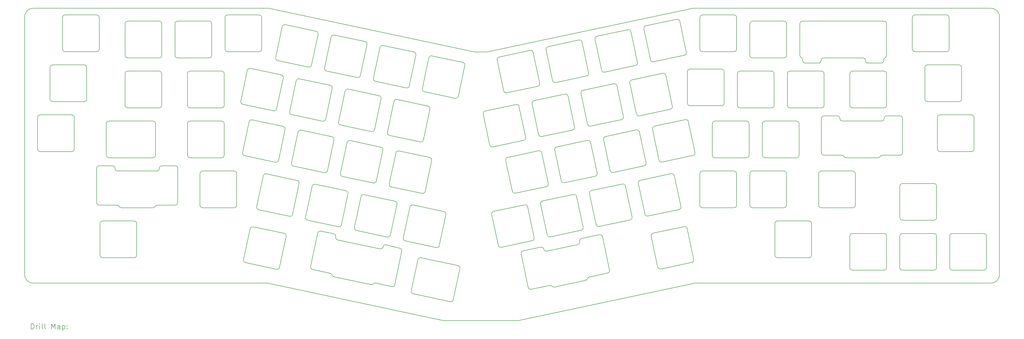
<source format=gbr>
%FSLAX45Y45*%
G04 Gerber Fmt 4.5, Leading zero omitted, Abs format (unit mm)*
G04 Created by KiCad (PCBNEW 6.0.2-378541a8eb~116~ubuntu21.10.1) date 2022-03-16 12:00:19*
%MOMM*%
%LPD*%
G01*
G04 APERTURE LIST*
%TA.AperFunction,Profile*%
%ADD10C,0.200000*%
%TD*%
%ADD11C,0.200000*%
G04 APERTURE END LIST*
D10*
X24320086Y-12755943D02*
G75*
G03*
X24201480Y-12678920I-97815J-20791D01*
G01*
X24513347Y-14146141D02*
X23818281Y-14293882D01*
X24513347Y-14146141D02*
G75*
G03*
X24590371Y-14027535I-20791J97815D01*
G01*
X23818281Y-14293882D02*
G75*
G03*
X23743966Y-14360795I20791J-97815D01*
G01*
X24201480Y-12678920D02*
X23532623Y-12821090D01*
X21491991Y-14686116D02*
X21221706Y-13414525D01*
X23669652Y-14427709D02*
G75*
G03*
X23743966Y-14360795I-20791J97815D01*
G01*
X22400769Y-14646301D02*
G75*
G03*
X22305664Y-14615399I-74315J-66913D01*
G01*
X23378575Y-13058302D02*
G75*
G03*
X23455599Y-12939696I-20792J97815D01*
G01*
X22400769Y-14646301D02*
G75*
G03*
X22495875Y-14677203I74315J66913D01*
G01*
X21298729Y-13295919D02*
G75*
G03*
X21221706Y-13414525I20791J-97815D01*
G01*
X22204798Y-13307796D02*
X23378575Y-13058302D01*
X23669652Y-14427709D02*
X22495875Y-14677203D01*
X24590371Y-14027535D02*
X24320086Y-12755943D01*
X21610597Y-14763140D02*
X22305664Y-14615399D01*
X22086192Y-13230772D02*
G75*
G03*
X21967587Y-13153749I-97815J-20791D01*
G01*
X23532623Y-12821090D02*
G75*
G03*
X23455599Y-12939696I20791J-97815D01*
G01*
X21491991Y-14686116D02*
G75*
G03*
X21610597Y-14763140I97815J20791D01*
G01*
X21967587Y-13153749D02*
X21298729Y-13295919D01*
X22086192Y-13230772D02*
G75*
G03*
X22204798Y-13307796I97815J20791D01*
G01*
X31952450Y-6038751D02*
G75*
G03*
X32052450Y-6138751I100000J0D01*
G01*
X35148750Y-5838751D02*
X35148750Y-4638750D01*
X31843750Y-5838750D02*
G75*
G03*
X31898100Y-5927722I100000J0D01*
G01*
X34340052Y-6038751D02*
G75*
G03*
X34440052Y-6138751I100000J0D01*
G01*
X35094400Y-5927723D02*
G75*
G03*
X35040050Y-6016695I45650J-88972D01*
G01*
X35094400Y-5927723D02*
G75*
G03*
X35148750Y-5838751I-45650J88972D01*
G01*
X35048252Y-4538750D02*
X31943251Y-4538750D01*
X34940052Y-6138751D02*
G75*
G03*
X35040052Y-6038751I0J100000D01*
G01*
X34440052Y-6138751D02*
X34940052Y-6138751D01*
X31943750Y-4538750D02*
G75*
G03*
X31843750Y-4638750I0J-100000D01*
G01*
X32552451Y-6138751D02*
G75*
G03*
X32652451Y-6038751I0J100000D01*
G01*
X35148750Y-4638750D02*
G75*
G03*
X35048750Y-4538750I-100000J0D01*
G01*
X32052450Y-6138751D02*
X32552451Y-6138751D01*
X35040050Y-6016695D02*
X35040052Y-6038751D01*
X34340052Y-6038751D02*
G75*
G03*
X34240052Y-5938751I-100000J0D01*
G01*
X31952450Y-6016695D02*
G75*
G03*
X31898100Y-5927722I-100000J0D01*
G01*
X32752451Y-5938751D02*
X34240052Y-5938751D01*
X32752451Y-5938751D02*
G75*
G03*
X32652451Y-6038751I0J-100000D01*
G01*
X31338750Y-4638750D02*
G75*
G03*
X31238750Y-4538750I-100000J0D01*
G01*
X31843750Y-4638750D02*
X31843750Y-5838750D01*
X31952450Y-6016695D02*
X31952450Y-6038751D01*
X2892750Y-8110625D02*
G75*
G03*
X2792750Y-8210625I0J-100000D01*
G01*
X2792750Y-9410625D02*
G75*
G03*
X2892750Y-9510625I100000J0D01*
G01*
X2892750Y-8110625D02*
X4092750Y-8110625D01*
X4092750Y-9510625D02*
X2892750Y-9510625D01*
X4092750Y-9510625D02*
G75*
G03*
X4192750Y-9410625I0J100000D01*
G01*
X4192750Y-8210625D02*
X4192750Y-9410625D01*
X4192750Y-8210625D02*
G75*
G03*
X4092750Y-8110625I-100000J0D01*
G01*
X2792750Y-9410625D02*
X2792750Y-8210625D01*
X4668750Y-6305625D02*
G75*
G03*
X4568750Y-6205625I-100000J0D01*
G01*
X3268750Y-7505625D02*
G75*
G03*
X3368750Y-7605625I100000J0D01*
G01*
X4568750Y-7605625D02*
X3368750Y-7605625D01*
X3268750Y-7505625D02*
X3268750Y-6305625D01*
X4668750Y-6305625D02*
X4668750Y-7505625D01*
X3368750Y-6205625D02*
G75*
G03*
X3268750Y-6305625I0J-100000D01*
G01*
X4568750Y-7605625D02*
G75*
G03*
X4668750Y-7505625I0J100000D01*
G01*
X3368750Y-6205625D02*
X4568750Y-6205625D01*
X38006250Y-6305625D02*
X38006250Y-7505625D01*
X37906250Y-7605625D02*
G75*
G03*
X38006250Y-7505625I0J100000D01*
G01*
X37906250Y-7605625D02*
X36706250Y-7605625D01*
X38006250Y-6305625D02*
G75*
G03*
X37906250Y-6205625I-100000J0D01*
G01*
X36706250Y-6205625D02*
G75*
G03*
X36606250Y-6305625I0J-100000D01*
G01*
X36706250Y-6205625D02*
X37906250Y-6205625D01*
X36606250Y-7505625D02*
G75*
G03*
X36706250Y-7605625I100000J0D01*
G01*
X36606250Y-7505625D02*
X36606250Y-6305625D01*
X17404272Y-13561229D02*
X18811051Y-13858875D01*
X26255073Y-12621391D02*
X27430869Y-12372975D01*
X26427544Y-13913774D02*
X26178050Y-12739997D01*
X18519975Y-15236676D02*
X17113196Y-14930636D01*
X14010394Y-14218020D02*
G75*
G03*
X13936079Y-14151107I-95106J-30902D01*
G01*
X17404272Y-13561229D02*
G75*
G03*
X17285666Y-13638253I-20791J-97815D01*
G01*
X18888075Y-13977481D02*
X18638581Y-15159652D01*
X27721945Y-13742381D02*
X26546150Y-13990798D01*
X17036172Y-14812030D02*
X17285666Y-13638253D01*
X17036172Y-14812030D02*
G75*
G03*
X17113196Y-14930636I97815J-20791D01*
G01*
X27721945Y-13742381D02*
G75*
G03*
X27798969Y-13623776I-20791J97815D01*
G01*
X27549475Y-12449998D02*
X27798969Y-13623776D01*
X26255073Y-12621391D02*
G75*
G03*
X26178050Y-12739997I20791J-97815D01*
G01*
X18519975Y-15236676D02*
G75*
G03*
X18638581Y-15159652I20791J97815D01*
G01*
X26427544Y-13913774D02*
G75*
G03*
X26546150Y-13990798I97815J20791D01*
G01*
X27549475Y-12449998D02*
G75*
G03*
X27430869Y-12372975I-97815J-20791D01*
G01*
X18888075Y-13977481D02*
G75*
G03*
X18811051Y-13858875I-97815J20791D01*
G01*
X14010394Y-14218020D02*
G75*
G03*
X14084708Y-14284933I95105J30902D01*
G01*
X16292969Y-14663167D02*
G75*
G03*
X16411575Y-14586143I20791J97815D01*
G01*
X14158103Y-12767022D02*
G75*
G03*
X14081080Y-12648417I-97815J20791D01*
G01*
X13203115Y-13893076D02*
G75*
G03*
X13280138Y-14011682I97815J-20791D01*
G01*
X16292969Y-14663167D02*
X15689996Y-14523423D01*
X15842619Y-13220318D02*
G75*
G03*
X15961225Y-13143294I20791J97815D01*
G01*
X14081079Y-12648416D02*
X13592006Y-12544461D01*
X15689996Y-14523423D02*
G75*
G03*
X15594891Y-14554325I-20791J-97815D01*
G01*
X13280138Y-14011682D02*
X13936079Y-14151107D01*
X15499785Y-14585227D02*
G75*
G03*
X15594891Y-14554325I20791J97815D01*
G01*
X16673096Y-13314551D02*
G75*
G03*
X16596073Y-13195945I-97815J20791D01*
G01*
X15499785Y-14585227D02*
X14084708Y-14284933D01*
X13203115Y-13893076D02*
X13473400Y-12621484D01*
X16596073Y-13195945D02*
X16079831Y-13066271D01*
X13592006Y-12544461D02*
G75*
G03*
X13473400Y-12621484I-20791J-97815D01*
G01*
X14235127Y-12885628D02*
X15842619Y-13220318D01*
X16411575Y-14586143D02*
X16673096Y-13314551D01*
X14158103Y-12767022D02*
G75*
G03*
X14235127Y-12885628I97815J-20791D01*
G01*
X16079831Y-13066271D02*
G75*
G03*
X15961225Y-13143294I-20791J-97815D01*
G01*
X16733480Y-12800132D02*
G75*
G03*
X16810503Y-12918737I97815J-20791D01*
G01*
X33368025Y-8248750D02*
G75*
G03*
X33468025Y-8348750I100000J0D01*
G01*
X8033125Y-11553750D02*
X7362530Y-11553750D01*
X5745525Y-10153750D02*
G75*
G03*
X5645525Y-10053750I-100000J0D01*
G01*
X5745525Y-10153750D02*
G75*
G03*
X5845525Y-10253750I100000J0D01*
G01*
X5645525Y-10053750D02*
X5145525Y-10053750D01*
X33268025Y-8148750D02*
X32768025Y-8148750D01*
X5145525Y-10053750D02*
G75*
G03*
X5045525Y-10153750I0J-100000D01*
G01*
X32668025Y-9548750D02*
G75*
G03*
X32768025Y-9648750I100000J0D01*
G01*
X5045525Y-11453750D02*
X5045525Y-10153750D01*
X8033125Y-10053750D02*
X7533125Y-10053750D01*
X35155625Y-8148750D02*
G75*
G03*
X35055625Y-8248750I0J-100000D01*
G01*
X8133125Y-10153750D02*
G75*
G03*
X8033125Y-10053750I-100000J0D01*
G01*
X8133125Y-11453750D02*
X8133125Y-10153750D01*
X7362530Y-11553750D02*
G75*
G03*
X7275928Y-11603750I0J-100000D01*
G01*
X33368025Y-8248750D02*
G75*
G03*
X33268025Y-8148750I-100000J0D01*
G01*
X5902722Y-11603750D02*
G75*
G03*
X5989325Y-11653750I86603J50000D01*
G01*
X7333125Y-10253750D02*
G75*
G03*
X7433125Y-10153750I0J100000D01*
G01*
X32768025Y-9648750D02*
X33438620Y-9648750D01*
X7189325Y-11653750D02*
G75*
G03*
X7275927Y-11603750I0J100000D01*
G01*
X35755625Y-9548750D02*
X35755625Y-8248750D01*
X5902722Y-11603750D02*
G75*
G03*
X5816120Y-11553750I-86603J-50000D01*
G01*
X8033125Y-11553750D02*
G75*
G03*
X8133125Y-11453750I0J100000D01*
G01*
X7533125Y-10053750D02*
G75*
G03*
X7433125Y-10153750I0J-100000D01*
G01*
X5045525Y-11453750D02*
G75*
G03*
X5145525Y-11553750I100000J0D01*
G01*
X5145525Y-11553750D02*
X5816120Y-11553750D01*
X16843282Y-7083028D02*
G75*
G03*
X16961888Y-7006005I20791J97815D01*
G01*
X17455852Y-7111000D02*
G75*
G03*
X17532876Y-7229606I97815J-20791D01*
G01*
X17211382Y-5832228D02*
X16961887Y-7006005D01*
X17211382Y-5832228D02*
G75*
G03*
X17134358Y-5713622I-97815J20791D01*
G01*
X17455852Y-7111000D02*
X17705346Y-5937223D01*
X16843282Y-7083028D02*
X15669504Y-6833534D01*
X15592481Y-6714928D02*
X15841975Y-5541151D01*
X17823952Y-5860199D02*
G75*
G03*
X17705346Y-5937223I-20791J-97815D01*
G01*
X17823952Y-5860199D02*
X18997729Y-6109693D01*
X19074753Y-6228299D02*
X18825259Y-7402076D01*
X16128095Y-8776336D02*
X16377589Y-7602558D01*
X15592481Y-6714928D02*
G75*
G03*
X15669504Y-6833534I97815J-20791D01*
G01*
X18706653Y-7479100D02*
G75*
G03*
X18825259Y-7402077I20791J97815D01*
G01*
X19074753Y-6228299D02*
G75*
G03*
X18997729Y-6109693I-97815J20791D01*
G01*
X17378895Y-9144436D02*
X16205118Y-8894941D01*
X16496194Y-7525535D02*
X17669972Y-7775029D01*
X16496194Y-7525535D02*
G75*
G03*
X16377589Y-7602558I-20791J-97815D01*
G01*
X17378895Y-9144436D02*
G75*
G03*
X17497501Y-9067412I20791J97815D01*
G01*
X15960581Y-5464128D02*
X17134358Y-5713622D01*
X15960581Y-5464128D02*
G75*
G03*
X15841975Y-5541151I-20791J-97815D01*
G01*
X18706653Y-7479100D02*
X17532876Y-7229606D01*
X13729110Y-6318857D02*
G75*
G03*
X13806133Y-6437462I97815J-20791D01*
G01*
X15348010Y-5436156D02*
X15098516Y-6609933D01*
X13116539Y-6290885D02*
X11942762Y-6041391D01*
X11865739Y-5922785D02*
G75*
G03*
X11942762Y-6041391I97815J-20791D01*
G01*
X14097209Y-5068056D02*
X15270987Y-5317550D01*
X14979910Y-6686957D02*
X13806133Y-6437462D01*
X14979910Y-6686957D02*
G75*
G03*
X15098516Y-6609933I20791J97815D01*
G01*
X13484639Y-5040084D02*
G75*
G03*
X13407616Y-4921478I-97815J20791D01*
G01*
X13729110Y-6318857D02*
X13978604Y-5145080D01*
X12233838Y-4671984D02*
X13407616Y-4921478D01*
X14097209Y-5068056D02*
G75*
G03*
X13978604Y-5145080I-20791J-97815D01*
G01*
X15348010Y-5436156D02*
G75*
G03*
X15270987Y-5317550I-97815J20791D01*
G01*
X12233838Y-4671984D02*
G75*
G03*
X12115232Y-4749008I-20791J-97815D01*
G01*
X13116539Y-6290885D02*
G75*
G03*
X13235145Y-6213861I20791J97815D01*
G01*
X11865739Y-5922785D02*
X12115233Y-4749008D01*
X13484639Y-5040084D02*
X13235145Y-6213861D01*
X23751171Y-8465434D02*
G75*
G03*
X23869777Y-8542458I97815J20791D01*
G01*
X25977685Y-4715572D02*
G75*
G03*
X25900662Y-4834178I20791J-97815D01*
G01*
X24286785Y-6404027D02*
X24037291Y-5230250D01*
X21715329Y-7569123D02*
X22889106Y-7319629D01*
X23578700Y-7173051D02*
G75*
G03*
X23501677Y-7291657I20791J-97815D01*
G01*
X22250943Y-5507716D02*
X23424720Y-5258222D01*
X22250943Y-5507716D02*
G75*
G03*
X22173920Y-5626321I20791J-97815D01*
G01*
X25977685Y-4715572D02*
X27151463Y-4466078D01*
X21852425Y-7023700D02*
X20678648Y-7273194D01*
X20560042Y-7196170D02*
G75*
G03*
X20678648Y-7273194I97815J20791D01*
G01*
X25579168Y-6231556D02*
X24405391Y-6481050D01*
X25614542Y-8069362D02*
X25365048Y-6895585D01*
X22423414Y-6800099D02*
G75*
G03*
X22542020Y-6877122I97815J20791D01*
G01*
X21679955Y-5731317D02*
X21929449Y-6905094D01*
X27442539Y-5835485D02*
G75*
G03*
X27519562Y-5716879I-20791J97815D01*
G01*
X21715329Y-7569123D02*
G75*
G03*
X21638306Y-7687728I20791J-97815D01*
G01*
X26150156Y-6007955D02*
X25900662Y-4834178D01*
X25614542Y-8069362D02*
G75*
G03*
X25733148Y-8146386I97815J20791D01*
G01*
X25406697Y-4939173D02*
X25656191Y-6112950D01*
X21852425Y-7023700D02*
G75*
G03*
X21929449Y-6905094I-20791J97815D01*
G01*
X26150156Y-6007955D02*
G75*
G03*
X26268762Y-6084979I97815J20791D01*
G01*
X39449375Y-4365625D02*
G75*
G03*
X39131875Y-4048125I-317500J0D01*
G01*
X2619375Y-4048125D02*
G75*
G03*
X2301875Y-4365625I0J-317500D01*
G01*
X18256250Y-15954375D02*
X21113750Y-15954375D01*
X24871083Y-7000580D02*
X25120577Y-8174357D01*
X20024429Y-9257577D02*
G75*
G03*
X20143035Y-9334601I97815J20791D01*
G01*
X21316812Y-9085107D02*
X20143035Y-9334601D01*
X24286785Y-6404027D02*
G75*
G03*
X24405391Y-6481050I97815J20791D01*
G01*
X23180183Y-8689035D02*
X22006406Y-8938529D01*
X21679955Y-5731317D02*
G75*
G03*
X21561349Y-5654293I-97815J-20791D01*
G01*
X23543326Y-5335245D02*
G75*
G03*
X23424720Y-5258222I-97815J-20791D01*
G01*
X21887800Y-8861506D02*
X21638306Y-7687729D01*
X19851958Y-7965194D02*
G75*
G03*
X19774935Y-8083800I20791J-97815D01*
G01*
X26734455Y-6604509D02*
G75*
G03*
X26615849Y-6527485I-97815J-20791D01*
G01*
X19851958Y-7965194D02*
X21025735Y-7715700D01*
X21144341Y-7792724D02*
X21393835Y-8966501D01*
X23180183Y-8689035D02*
G75*
G03*
X23257206Y-8570429I-20791J97815D01*
G01*
X21144341Y-7792724D02*
G75*
G03*
X21025735Y-7715700I-97815J-20791D01*
G01*
X20024429Y-9257577D02*
X19774935Y-8083800D01*
X27270068Y-4543102D02*
X27519562Y-5716879D01*
X27270068Y-4543102D02*
G75*
G03*
X27151463Y-4466078I-97815J-20791D01*
G01*
X23007712Y-7396652D02*
X23257206Y-8570429D01*
X21316812Y-9085107D02*
G75*
G03*
X21393835Y-8966501I-20791J97815D01*
G01*
X24114314Y-5111644D02*
X25288091Y-4862150D01*
X25579168Y-6231556D02*
G75*
G03*
X25656191Y-6112950I-20791J97815D01*
G01*
X24114314Y-5111644D02*
G75*
G03*
X24037291Y-5230250I20791J-97815D01*
G01*
X25043554Y-8292963D02*
G75*
G03*
X25120577Y-8174358I-20791J97815D01*
G01*
X23715797Y-6627628D02*
G75*
G03*
X23792820Y-6509022I-20791J97815D01*
G01*
X22423414Y-6800099D02*
X22173920Y-5626321D01*
X20387572Y-5903787D02*
X21561349Y-5654293D01*
X21887800Y-8861506D02*
G75*
G03*
X22006406Y-8938529I97815J20791D01*
G01*
X25043554Y-8292963D02*
X23869777Y-8542458D01*
X23543326Y-5335245D02*
X23792820Y-6509022D01*
X20387572Y-5903787D02*
G75*
G03*
X20310548Y-6022393I20791J-97815D01*
G01*
X23715797Y-6627628D02*
X22542019Y-6877122D01*
X20560042Y-7196170D02*
X20310548Y-6022393D01*
X39131875Y-14525625D02*
X27860625Y-14525625D01*
X39131875Y-14525625D02*
G75*
G03*
X39449375Y-14208125I0J317500D01*
G01*
X27442539Y-5835485D02*
X26268762Y-6084979D01*
X23007712Y-7396652D02*
G75*
G03*
X22889106Y-7319629I-97815J-20791D01*
G01*
X23751171Y-8465434D02*
X23501677Y-7291657D01*
X23578700Y-7173051D02*
X24752478Y-6923557D01*
X25406697Y-4939173D02*
G75*
G03*
X25288091Y-4862150I-97815J-20791D01*
G01*
X24871083Y-7000580D02*
G75*
G03*
X24752478Y-6923557I-97815J-20791D01*
G01*
X35753750Y-12635000D02*
X36953750Y-12635000D01*
X38953750Y-12735000D02*
G75*
G03*
X38853750Y-12635000I-100000J0D01*
G01*
X36953750Y-14035000D02*
G75*
G03*
X37053750Y-13935000I0J100000D01*
G01*
X2619375Y-14525625D02*
X11544300Y-14525625D01*
X39131875Y-4048125D02*
X27781250Y-4048125D01*
X35653750Y-13935000D02*
G75*
G03*
X35753750Y-14035000I100000J0D01*
G01*
X37053750Y-12735000D02*
G75*
G03*
X36953750Y-12635000I-100000J0D01*
G01*
X37053750Y-12735000D02*
X37053750Y-13935000D01*
X19923125Y-5715000D02*
X19446875Y-5715000D01*
X35753750Y-12635000D02*
G75*
G03*
X35653750Y-12735000I0J-100000D01*
G01*
X2301875Y-4365625D02*
X2301875Y-14208125D01*
X38853750Y-14035000D02*
X37653750Y-14035000D01*
X36953750Y-14035000D02*
X35753750Y-14035000D01*
X38853750Y-14035000D02*
G75*
G03*
X38953750Y-13935000I0J100000D01*
G01*
X35148750Y-12735000D02*
G75*
G03*
X35048750Y-12635000I-100000J0D01*
G01*
X27860625Y-14525625D02*
X21113750Y-15954375D01*
X11544300Y-14525625D02*
X18256250Y-15954375D01*
X27781250Y-4048125D02*
X19923125Y-5715000D01*
X2301875Y-14208125D02*
G75*
G03*
X2619375Y-14525625I317500J0D01*
G01*
X11588750Y-4048125D02*
X19446875Y-5715000D01*
X37653750Y-12635000D02*
X38853750Y-12635000D01*
X2619375Y-4048125D02*
X11588750Y-4048125D01*
X37553750Y-13935000D02*
X37553750Y-12735000D01*
X37553750Y-13935000D02*
G75*
G03*
X37653750Y-14035000I100000J0D01*
G01*
X39449375Y-4365625D02*
X39449375Y-14208125D01*
X38953750Y-12735000D02*
X38953750Y-13935000D01*
X37653750Y-12635000D02*
G75*
G03*
X37553750Y-12735000I0J-100000D01*
G01*
X35653750Y-13935000D02*
X35653750Y-12735000D01*
X17816767Y-9856024D02*
G75*
G03*
X17739743Y-9737418I-97815J20791D01*
G01*
X16197866Y-10738725D02*
G75*
G03*
X16274889Y-10857330I97815J-20791D01*
G01*
X14870108Y-12404060D02*
G75*
G03*
X14947132Y-12522666I97815J-20791D01*
G01*
X17448666Y-11106825D02*
G75*
G03*
X17567272Y-11029801I20791J97815D01*
G01*
X16120909Y-12772160D02*
X14947132Y-12522666D01*
X11511466Y-10361116D02*
X12685243Y-10610610D01*
X12394167Y-11980016D02*
G75*
G03*
X12512773Y-11902993I20791J97815D01*
G01*
X15953395Y-9459952D02*
X15703901Y-10633729D01*
X11014050Y-12379768D02*
G75*
G03*
X10895444Y-12456791I-20791J-97815D01*
G01*
X11896750Y-13998668D02*
G75*
G03*
X12015356Y-13921645I20791J97815D01*
G01*
X12264850Y-12747868D02*
G75*
G03*
X12187827Y-12629262I-97815J20791D01*
G01*
X12394167Y-11980016D02*
X11220390Y-11730522D01*
X16120909Y-12772160D02*
G75*
G03*
X16239515Y-12695136I20791J97815D01*
G01*
X12264850Y-12747868D02*
X12015356Y-13921645D01*
X10645950Y-13630568D02*
G75*
G03*
X10722973Y-13749174I97815J-20791D01*
G01*
X11014050Y-12379768D02*
X12187827Y-12629262D01*
X11511466Y-10361116D02*
G75*
G03*
X11392860Y-10438139I-20791J-97815D01*
G01*
X15953395Y-9459952D02*
G75*
G03*
X15876372Y-9341346I-97815J20791D01*
G01*
X16197866Y-10738725D02*
X16447360Y-9564948D01*
X12762267Y-10729216D02*
X12512772Y-11902993D01*
X10645950Y-13630568D02*
X10895444Y-12456791D01*
X17101579Y-11549331D02*
X18275357Y-11798825D01*
X15238208Y-11153259D02*
X16411985Y-11402753D01*
X14334495Y-10342653D02*
G75*
G03*
X14411518Y-10461259I97815J-20791D01*
G01*
X14702594Y-9091852D02*
G75*
G03*
X14583988Y-9168876I-20791J-97815D01*
G01*
X13374837Y-10757187D02*
X14548614Y-11006682D01*
X14625638Y-11125288D02*
G75*
G03*
X14548614Y-11006682I-97815J20791D01*
G01*
X15238208Y-11153259D02*
G75*
G03*
X15119602Y-11230283I-20791J-97815D01*
G01*
X16489009Y-11521359D02*
X16239515Y-12695136D01*
X14257538Y-12376088D02*
X13083761Y-12126594D01*
X13006737Y-12007988D02*
X13256231Y-10834211D01*
X14870108Y-12404060D02*
X15119602Y-11230283D01*
X14257538Y-12376088D02*
G75*
G03*
X14376144Y-12299065I20791J97815D01*
G01*
X16565966Y-9487924D02*
G75*
G03*
X16447360Y-9564948I-20791J-97815D01*
G01*
X13374837Y-10757187D02*
G75*
G03*
X13256231Y-10834211I-20791J-97815D01*
G01*
X13006737Y-12007988D02*
G75*
G03*
X13083761Y-12126594I97815J-20791D01*
G01*
X14625638Y-11125288D02*
X14376144Y-12299064D01*
X16565966Y-9487924D02*
X17739743Y-9737418D01*
X16489009Y-11521359D02*
G75*
G03*
X16411985Y-11402753I-97815J20791D01*
G01*
X11143366Y-11611916D02*
X11392860Y-10438139D01*
X12762267Y-10729216D02*
G75*
G03*
X12685243Y-10610610I-97815J20791D01*
G01*
X11143366Y-11611916D02*
G75*
G03*
X11220390Y-11730522I97815J-20791D01*
G01*
X11896750Y-13998668D02*
X10722973Y-13749174D01*
X15585295Y-10710753D02*
G75*
G03*
X15703901Y-10633729I20791J97815D01*
G01*
X17448666Y-11106825D02*
X16274889Y-10857330D01*
X17816767Y-9856024D02*
X17567272Y-11029801D01*
X12156882Y-6705419D02*
G75*
G03*
X12079858Y-6586813I-97815J20791D01*
G01*
X14020253Y-7101491D02*
G75*
G03*
X13943229Y-6982885I-97815J20791D01*
G01*
X14020253Y-7101491D02*
X13770759Y-8275268D01*
X12839223Y-8695780D02*
G75*
G03*
X12720617Y-8772804I-20791J-97815D01*
G01*
X14090024Y-9063880D02*
G75*
G03*
X14013000Y-8945274I-97815J20791D01*
G01*
X12471123Y-9946581D02*
G75*
G03*
X12548147Y-10065187I97815J-20791D01*
G01*
X14090024Y-9063880D02*
X13840530Y-10237657D01*
X14702594Y-9091852D02*
X15876372Y-9341346D01*
X11788782Y-7956220D02*
G75*
G03*
X11907388Y-7879197I20791J97815D01*
G01*
X12769452Y-6733391D02*
G75*
G03*
X12650846Y-6810415I-20791J-97815D01*
G01*
X12401352Y-7984192D02*
X12650846Y-6810415D01*
X11858553Y-9918609D02*
X10684776Y-9669115D01*
X12471123Y-9946581D02*
X12720617Y-8772804D01*
X15585295Y-10710753D02*
X14411518Y-10461259D01*
X14334495Y-10342653D02*
X14583989Y-9168876D01*
X14264724Y-8380264D02*
G75*
G03*
X14341747Y-8498870I97815J-20791D01*
G01*
X10975852Y-8299708D02*
X12149629Y-8549203D01*
X13652153Y-8352292D02*
X12478376Y-8102798D01*
X17746995Y-7893635D02*
G75*
G03*
X17669972Y-7775029I-97815J20791D01*
G01*
X17746995Y-7893635D02*
X17497501Y-9067412D01*
X15515524Y-8748364D02*
X14341747Y-8498870D01*
X14632823Y-7129463D02*
G75*
G03*
X14514217Y-7206487I-20791J-97815D01*
G01*
X10537981Y-7588120D02*
G75*
G03*
X10615005Y-7706726I97815J-20791D01*
G01*
X10607752Y-9550509D02*
X10857246Y-8376732D01*
X12769452Y-6733391D02*
X13943229Y-6982885D01*
X10975852Y-8299708D02*
G75*
G03*
X10857246Y-8376732I-20791J-97815D01*
G01*
X10607752Y-9550509D02*
G75*
G03*
X10684776Y-9669115I97815J-20791D01*
G01*
X15515524Y-8748364D02*
G75*
G03*
X15634130Y-8671340I20791J97815D01*
G01*
X10537981Y-7588120D02*
X10787475Y-6414343D01*
X14264724Y-8380264D02*
X14514218Y-7206487D01*
X11788782Y-7956220D02*
X10615005Y-7706726D01*
X12156882Y-6705419D02*
X11907388Y-7879196D01*
X12226653Y-8667809D02*
G75*
G03*
X12149629Y-8549203I-97815J20791D01*
G01*
X15883624Y-7497563D02*
X15634130Y-8671340D01*
X13652153Y-8352292D02*
G75*
G03*
X13770759Y-8275268I20791J97815D01*
G01*
X10906081Y-6337319D02*
X12079858Y-6586813D01*
X12226653Y-8667809D02*
X11977159Y-9841586D01*
X12839223Y-8695780D02*
X14013000Y-8945274D01*
X13721924Y-10314681D02*
X12548147Y-10065187D01*
X13721924Y-10314681D02*
G75*
G03*
X13840530Y-10237658I20791J97815D01*
G01*
X15883624Y-7497563D02*
G75*
G03*
X15806601Y-7378957I-97815J20791D01*
G01*
X14632823Y-7129463D02*
X15806601Y-7378957D01*
X11858553Y-9918609D02*
G75*
G03*
X11977159Y-9841586I20791J97815D01*
G01*
X12401352Y-7984192D02*
G75*
G03*
X12478376Y-8102798I97815J-20791D01*
G01*
X16128095Y-8776336D02*
G75*
G03*
X16205118Y-8894941I97815J-20791D01*
G01*
X10906081Y-6337319D02*
G75*
G03*
X10787475Y-6414343I-20791J-97815D01*
G01*
X21643112Y-12910867D02*
X20469335Y-13160361D01*
X25905468Y-10057317D02*
G75*
G03*
X25982492Y-9938711I-20791J97815D01*
G01*
X26476457Y-9833715D02*
G75*
G03*
X26595063Y-9910739I97815J20791D01*
G01*
X26476457Y-9833715D02*
X26226963Y-8659938D01*
X24613085Y-10229787D02*
G75*
G03*
X24731691Y-10306811I97815J20791D01*
G01*
X22214101Y-12687266D02*
X21964607Y-11513489D01*
X22577244Y-9333476D02*
G75*
G03*
X22500220Y-9452082I20791J-97815D01*
G01*
X22178726Y-10849460D02*
G75*
G03*
X22255750Y-10730854I-20791J97815D01*
G01*
X20886343Y-11021931D02*
G75*
G03*
X21004949Y-11098954I97815J20791D01*
G01*
X22006256Y-9557077D02*
G75*
G03*
X21887650Y-9480054I-97815J-20791D01*
G01*
X27768840Y-9661245D02*
G75*
G03*
X27845863Y-9542639I-20791J97815D01*
G01*
X27596369Y-8368862D02*
X27845863Y-9542639D01*
X24440615Y-8937404D02*
G75*
G03*
X24363591Y-9056010I20791J-97815D01*
G01*
X22577244Y-9333476D02*
X23751021Y-9083982D01*
X22006256Y-9557077D02*
X22255750Y-10730854D01*
X20886343Y-11021931D02*
X20636849Y-9848154D01*
X25442072Y-6776979D02*
X26615849Y-6527485D01*
X26734455Y-6604509D02*
X26983949Y-7778286D01*
X26303986Y-8541332D02*
X27477763Y-8291838D01*
X24042097Y-10453388D02*
X22868320Y-10702883D01*
X23869627Y-9161005D02*
G75*
G03*
X23751021Y-9083982I-97815J-20791D01*
G01*
X25732998Y-8764934D02*
G75*
G03*
X25614392Y-8687910I-97815J-20791D01*
G01*
X23869627Y-9161005D02*
X24119121Y-10334783D01*
X24042097Y-10453388D02*
G75*
G03*
X24119121Y-10334783I-20791J97815D01*
G01*
X20713873Y-9729548D02*
X21887650Y-9480054D01*
X27768840Y-9661245D02*
X26595063Y-9910739D01*
X26906925Y-7896892D02*
X25733148Y-8146386D01*
X26906925Y-7896892D02*
G75*
G03*
X26983949Y-7778286I-20791J97815D01*
G01*
X25732998Y-8764934D02*
X25982492Y-9938711D01*
X25442072Y-6776979D02*
G75*
G03*
X25365048Y-6895585I20791J-97815D01*
G01*
X24440615Y-8937404D02*
X25614392Y-8687910D01*
X20350729Y-13083338D02*
G75*
G03*
X20469335Y-13160361I97815J20791D01*
G01*
X21470642Y-11618484D02*
G75*
G03*
X21352036Y-11541461I-97815J-20791D01*
G01*
X24613085Y-10229787D02*
X24363591Y-9056010D01*
X20350729Y-13083338D02*
X20101235Y-11909561D01*
X26303986Y-8541332D02*
G75*
G03*
X26226963Y-8659938I20791J-97815D01*
G01*
X21643112Y-12910867D02*
G75*
G03*
X21720136Y-12792261I-20791J97815D01*
G01*
X25905468Y-10057317D02*
X24731691Y-10306811D01*
X22749714Y-10625859D02*
G75*
G03*
X22868320Y-10702883I97815J20791D01*
G01*
X20178259Y-11790955D02*
X21352036Y-11541461D01*
X22749714Y-10625859D02*
X22500220Y-9452082D01*
X21470642Y-11618484D02*
X21720136Y-12792261D01*
X22178726Y-10849460D02*
X21004949Y-11098954D01*
X20713873Y-9729548D02*
G75*
G03*
X20636849Y-9848154I20791J-97815D01*
G01*
X27596369Y-8368862D02*
G75*
G03*
X27477763Y-8291838I-97815J-20791D01*
G01*
X20178259Y-11790955D02*
G75*
G03*
X20101235Y-11909560I20791J-97815D01*
G01*
X38382500Y-9510625D02*
X37182500Y-9510625D01*
X37430000Y-5700625D02*
X36230000Y-5700625D01*
X3845000Y-4300625D02*
X5045000Y-4300625D01*
X5045000Y-5700625D02*
G75*
G03*
X5145000Y-5600625I0J100000D01*
G01*
X7426250Y-5938750D02*
G75*
G03*
X7526250Y-5838750I0J100000D01*
G01*
X3845000Y-4300625D02*
G75*
G03*
X3745000Y-4400625I0J-100000D01*
G01*
X37430000Y-5700625D02*
G75*
G03*
X37530000Y-5600625I0J100000D01*
G01*
X36130000Y-5600625D02*
G75*
G03*
X36230000Y-5700625I100000J0D01*
G01*
X36230000Y-4300625D02*
G75*
G03*
X36130000Y-4400625I0J-100000D01*
G01*
X37530000Y-4400625D02*
X37530000Y-5600625D01*
X36230000Y-4300625D02*
X37430000Y-4300625D01*
X36130000Y-5600625D02*
X36130000Y-4400625D01*
X7426250Y-5938750D02*
X6226250Y-5938750D01*
X6126250Y-5838750D02*
G75*
G03*
X6226250Y-5938750I100000J0D01*
G01*
X37182500Y-8110625D02*
X38382500Y-8110625D01*
X37182500Y-8110625D02*
G75*
G03*
X37082500Y-8210625I0J-100000D01*
G01*
X38482500Y-8210625D02*
G75*
G03*
X38382500Y-8110625I-100000J0D01*
G01*
X5145000Y-4400625D02*
X5145000Y-5600625D01*
X3745000Y-5600625D02*
X3745000Y-4400625D01*
X5045000Y-5700625D02*
X3845000Y-5700625D01*
X3745000Y-5600625D02*
G75*
G03*
X3845000Y-5700625I100000J0D01*
G01*
X37530000Y-4400625D02*
G75*
G03*
X37430000Y-4300625I-100000J0D01*
G01*
X5145000Y-4400625D02*
G75*
G03*
X5045000Y-4300625I-100000J0D01*
G01*
X38382500Y-9510625D02*
G75*
G03*
X38482500Y-9410625I0J100000D01*
G01*
X38482500Y-8210625D02*
X38482500Y-9410625D01*
X37082500Y-9410625D02*
X37082500Y-8210625D01*
X37082500Y-9410625D02*
G75*
G03*
X37182500Y-9510625I100000J0D01*
G01*
X23334013Y-11222412D02*
G75*
G03*
X23215407Y-11145389I-97815J-20791D01*
G01*
X25197384Y-10826341D02*
G75*
G03*
X25078778Y-10749317I-97815J-20791D01*
G01*
X17101579Y-11549331D02*
G75*
G03*
X16982974Y-11626355I-20791J-97815D01*
G01*
X25940843Y-11895122D02*
X25691349Y-10721345D01*
X18352380Y-11917431D02*
X18102886Y-13091208D01*
X17984280Y-13168232D02*
G75*
G03*
X18102886Y-13091208I20791J97815D01*
G01*
X25768372Y-10602739D02*
X26942150Y-10353245D01*
X27060755Y-10430269D02*
X27310249Y-11604046D01*
X25768372Y-10602739D02*
G75*
G03*
X25691349Y-10721345I20791J-97815D01*
G01*
X25369855Y-12118724D02*
X24196078Y-12368218D01*
X25197384Y-10826341D02*
X25446878Y-12000118D01*
X27233226Y-11722652D02*
X26059449Y-11972146D01*
X25369855Y-12118724D02*
G75*
G03*
X25446878Y-12000118I-20791J97815D01*
G01*
X24077472Y-12291194D02*
G75*
G03*
X24196078Y-12368218I97815J20791D01*
G01*
X18352380Y-11917431D02*
G75*
G03*
X18275357Y-11798825I-97815J20791D01*
G01*
X27060755Y-10430269D02*
G75*
G03*
X26942150Y-10353245I-97815J-20791D01*
G01*
X16733480Y-12800132D02*
X16982974Y-11626355D01*
X27233226Y-11722652D02*
G75*
G03*
X27310249Y-11604046I-20791J97815D01*
G01*
X25940843Y-11895122D02*
G75*
G03*
X26059449Y-11972146I97815J20791D01*
G01*
X23905001Y-10998811D02*
G75*
G03*
X23827978Y-11117417I20791J-97815D01*
G01*
X24077472Y-12291194D02*
X23827978Y-11117417D01*
X17984280Y-13168232D02*
X16810503Y-12918737D01*
X23905001Y-10998811D02*
X25078778Y-10749317D01*
X23506483Y-12514795D02*
X22332706Y-12764290D01*
X22041630Y-11394883D02*
X23215407Y-11145389D01*
X23334013Y-11222412D02*
X23583507Y-12396190D01*
X23506483Y-12514795D02*
G75*
G03*
X23583507Y-12396190I-20791J97815D01*
G01*
X22041630Y-11394883D02*
G75*
G03*
X21964606Y-11513489I20791J-97815D01*
G01*
X22214101Y-12687266D02*
G75*
G03*
X22332707Y-12764290I97815J20791D01*
G01*
X29433750Y-4400625D02*
G75*
G03*
X29333750Y-4300625I-100000J0D01*
G01*
X10283750Y-11653750D02*
X9083750Y-11653750D01*
X10283750Y-11653750D02*
G75*
G03*
X10383750Y-11553750I0J100000D01*
G01*
X8607500Y-8348750D02*
G75*
G03*
X8507500Y-8448750I0J-100000D01*
G01*
X8983750Y-11553750D02*
G75*
G03*
X9083750Y-11653750I100000J0D01*
G01*
X9807500Y-9748750D02*
X8607500Y-9748750D01*
X10036250Y-4300625D02*
G75*
G03*
X9936250Y-4400625I0J-100000D01*
G01*
X33748750Y-7743750D02*
G75*
G03*
X33848750Y-7843750I100000J0D01*
G01*
X29938750Y-5838750D02*
G75*
G03*
X30038750Y-5938750I100000J0D01*
G01*
X9907500Y-6543750D02*
X9907500Y-7743750D01*
X8507500Y-9648750D02*
X8507500Y-8448750D01*
X10036250Y-4300625D02*
X11236250Y-4300625D01*
X9083750Y-10253750D02*
G75*
G03*
X8983750Y-10353750I0J-100000D01*
G01*
X9083750Y-10253750D02*
X10283750Y-10253750D01*
X9431250Y-4638750D02*
X9431250Y-5838750D01*
X8131250Y-4538750D02*
G75*
G03*
X8031250Y-4638750I0J-100000D01*
G01*
X35048750Y-7843750D02*
X33848750Y-7843750D01*
X9807500Y-7843750D02*
G75*
G03*
X9907500Y-7743750I0J100000D01*
G01*
X9907500Y-6543750D02*
G75*
G03*
X9807500Y-6443750I-100000J0D01*
G01*
X11336250Y-4400625D02*
X11336250Y-5600625D01*
X9807500Y-9748750D02*
G75*
G03*
X9907500Y-9648750I0J100000D01*
G01*
X8607500Y-6443750D02*
X9807500Y-6443750D01*
X9431250Y-4638750D02*
G75*
G03*
X9331250Y-4538750I-100000J0D01*
G01*
X10383750Y-10353750D02*
X10383750Y-11553750D01*
X8607500Y-6443750D02*
G75*
G03*
X8507500Y-6543750I0J-100000D01*
G01*
X31238750Y-5938750D02*
X30038750Y-5938750D01*
X8031250Y-5838750D02*
X8031250Y-4638750D01*
X30038750Y-4538750D02*
G75*
G03*
X29938750Y-4638750I0J-100000D01*
G01*
X9331250Y-5938750D02*
X8131250Y-5938750D01*
X9331250Y-5938750D02*
G75*
G03*
X9431250Y-5838750I0J100000D01*
G01*
X6573750Y-12258750D02*
G75*
G03*
X6473750Y-12158750I-100000J0D01*
G01*
X11236250Y-5700625D02*
X10036250Y-5700625D01*
X30038750Y-4538750D02*
X31238750Y-4538750D01*
X10383750Y-10353750D02*
G75*
G03*
X10283750Y-10253750I-100000J0D01*
G01*
X8031250Y-5838750D02*
G75*
G03*
X8131250Y-5938750I100000J0D01*
G01*
X5273750Y-12158750D02*
X6473750Y-12158750D01*
X29938750Y-5838750D02*
X29938750Y-4638750D01*
X8607500Y-8348750D02*
X9807500Y-8348750D01*
X8507500Y-9648750D02*
G75*
G03*
X8607500Y-9748750I100000J0D01*
G01*
X35048750Y-7843750D02*
G75*
G03*
X35148750Y-7743750I0J100000D01*
G01*
X9907500Y-8448750D02*
X9907500Y-9648750D01*
X29333750Y-5700625D02*
X28133750Y-5700625D01*
X33848750Y-6443750D02*
G75*
G03*
X33748750Y-6543750I0J-100000D01*
G01*
X29333750Y-5700625D02*
G75*
G03*
X29433750Y-5600625I0J100000D01*
G01*
X9807500Y-7843750D02*
X8607500Y-7843750D01*
X28033750Y-5600625D02*
G75*
G03*
X28133750Y-5700625I100000J0D01*
G01*
X8983750Y-11553750D02*
X8983750Y-10353750D01*
X8507500Y-7743750D02*
G75*
G03*
X8607500Y-7843750I100000J0D01*
G01*
X9907500Y-8448750D02*
G75*
G03*
X9807500Y-8348750I-100000J0D01*
G01*
X31338750Y-4638750D02*
X31338750Y-5838750D01*
X28133750Y-4300625D02*
G75*
G03*
X28033750Y-4400625I0J-100000D01*
G01*
X11336250Y-4400625D02*
G75*
G03*
X11236250Y-4300625I-100000J0D01*
G01*
X29433750Y-4400625D02*
X29433750Y-5600625D01*
X8507500Y-7743750D02*
X8507500Y-6543750D01*
X9936250Y-5600625D02*
X9936250Y-4400625D01*
X28133750Y-4300625D02*
X29333750Y-4300625D01*
X11236250Y-5700625D02*
G75*
G03*
X11336250Y-5600625I0J100000D01*
G01*
X9936250Y-5600625D02*
G75*
G03*
X10036250Y-5700625I100000J0D01*
G01*
X8131250Y-4538750D02*
X9331250Y-4538750D01*
X6573750Y-12258750D02*
X6573750Y-13458750D01*
X33748750Y-7743750D02*
X33748750Y-6543750D01*
X31238750Y-5938750D02*
G75*
G03*
X31338750Y-5838750I0J100000D01*
G01*
X28033750Y-5600625D02*
X28033750Y-4400625D01*
X6473750Y-13558750D02*
G75*
G03*
X6573750Y-13458750I0J100000D01*
G01*
X6473750Y-13558750D02*
X5273750Y-13558750D01*
X5173750Y-13458750D02*
G75*
G03*
X5273750Y-13558750I100000J0D01*
G01*
X5845525Y-10253750D02*
X7333125Y-10253750D01*
X5411875Y-9648750D02*
X5411875Y-8448750D01*
X7288125Y-8448750D02*
G75*
G03*
X7188125Y-8348750I-100000J0D01*
G01*
X7426250Y-7843750D02*
X6226250Y-7843750D01*
X7426250Y-7843750D02*
G75*
G03*
X7526250Y-7743750I0J100000D01*
G01*
X6126250Y-7743750D02*
G75*
G03*
X6226250Y-7843750I100000J0D01*
G01*
X7526250Y-4638750D02*
X7526250Y-5838750D01*
X5273750Y-12158750D02*
G75*
G03*
X5173750Y-12258750I0J-100000D01*
G01*
X5511875Y-8348750D02*
X7188125Y-8348750D01*
X7526250Y-4638750D02*
G75*
G03*
X7426250Y-4538750I-100000J0D01*
G01*
X6226250Y-4538750D02*
X7426250Y-4538750D01*
X6226250Y-4538750D02*
G75*
G03*
X6126250Y-4638750I0J-100000D01*
G01*
X6126250Y-5838750D02*
X6126250Y-4638750D01*
X7189325Y-11653750D02*
X5989325Y-11653750D01*
X5411875Y-9648750D02*
G75*
G03*
X5511875Y-9748750I100000J0D01*
G01*
X6126250Y-7743750D02*
X6126250Y-6543750D01*
X7188125Y-9748750D02*
G75*
G03*
X7288125Y-9648750I0J100000D01*
G01*
X5173750Y-13458750D02*
X5173750Y-12258750D01*
X7288125Y-8448750D02*
X7288125Y-9648750D01*
X7188125Y-9748750D02*
X5511875Y-9748750D01*
X7526250Y-6543750D02*
G75*
G03*
X7426250Y-6443750I-100000J0D01*
G01*
X7526250Y-6543750D02*
X7526250Y-7743750D01*
X5511875Y-8348750D02*
G75*
G03*
X5411875Y-8448750I0J-100000D01*
G01*
X6226250Y-6443750D02*
X7426250Y-6443750D01*
X6226250Y-6443750D02*
G75*
G03*
X6126250Y-6543750I0J-100000D01*
G01*
X35048750Y-14035000D02*
X33848750Y-14035000D01*
X32291250Y-12258750D02*
X32291250Y-13458750D01*
X29333750Y-11653750D02*
G75*
G03*
X29433750Y-11553750I0J100000D01*
G01*
X35753750Y-10730000D02*
G75*
G03*
X35653750Y-10830000I0J-100000D01*
G01*
X32558125Y-11553750D02*
X32558125Y-10353750D01*
X33858125Y-11653750D02*
X32658125Y-11653750D01*
X30891250Y-13458750D02*
X30891250Y-12258750D01*
X33848750Y-12635000D02*
X35048750Y-12635000D01*
X34811825Y-9748750D02*
X33611825Y-9748750D01*
X32191250Y-13558750D02*
X30991250Y-13558750D01*
X28133750Y-10253750D02*
X29333750Y-10253750D01*
X32558125Y-11553750D02*
G75*
G03*
X32658125Y-11653750I100000J0D01*
G01*
X29938750Y-11553750D02*
X29938750Y-10353750D01*
X35653750Y-12030000D02*
X35653750Y-10830000D01*
X33958125Y-10353750D02*
X33958125Y-11553750D01*
X35048750Y-14035000D02*
G75*
G03*
X35148750Y-13935000I0J100000D01*
G01*
X28033750Y-11553750D02*
X28033750Y-10353750D01*
X37053750Y-10830000D02*
X37053750Y-12030000D01*
X32291250Y-12258750D02*
G75*
G03*
X32191250Y-12158750I-100000J0D01*
G01*
X31338750Y-10353750D02*
X31338750Y-11553750D01*
X35753750Y-10730000D02*
X36953750Y-10730000D01*
X33748750Y-13935000D02*
G75*
G03*
X33848750Y-14035000I100000J0D01*
G01*
X35653750Y-12030000D02*
G75*
G03*
X35753750Y-12130000I100000J0D01*
G01*
X32658125Y-10253750D02*
X33858125Y-10253750D01*
X29433750Y-10353750D02*
X29433750Y-11553750D01*
X33858125Y-11653750D02*
G75*
G03*
X33958125Y-11553750I0J100000D01*
G01*
X33468025Y-8348750D02*
X34955625Y-8348750D01*
X33848750Y-12635000D02*
G75*
G03*
X33748750Y-12735000I0J-100000D01*
G01*
X33748750Y-13935000D02*
X33748750Y-12735000D01*
X35148750Y-12735000D02*
X35148750Y-13935000D01*
X32191250Y-13558750D02*
G75*
G03*
X32291250Y-13458750I0J100000D01*
G01*
X29333750Y-11653750D02*
X28133750Y-11653750D01*
X31815000Y-8448750D02*
G75*
G03*
X31715000Y-8348750I-100000J0D01*
G01*
X31815000Y-8448750D02*
X31815000Y-9648750D01*
X31238750Y-11653750D02*
G75*
G03*
X31338750Y-11553750I0J100000D01*
G01*
X37053750Y-10830000D02*
G75*
G03*
X36953750Y-10730000I-100000J0D01*
G01*
X30515000Y-8348750D02*
G75*
G03*
X30415000Y-8448750I0J-100000D01*
G01*
X30991250Y-12158750D02*
G75*
G03*
X30891250Y-12258750I0J-100000D01*
G01*
X30891250Y-13458750D02*
G75*
G03*
X30991250Y-13558750I100000J0D01*
G01*
X33958125Y-10353750D02*
G75*
G03*
X33858125Y-10253750I-100000J0D01*
G01*
X30415000Y-9648750D02*
X30415000Y-8448750D01*
X28133750Y-10253750D02*
G75*
G03*
X28033750Y-10353750I0J-100000D01*
G01*
X29938750Y-11553750D02*
G75*
G03*
X30038750Y-11653750I100000J0D01*
G01*
X36953750Y-12130000D02*
X35753750Y-12130000D01*
X36953750Y-12130000D02*
G75*
G03*
X37053750Y-12030000I0J100000D01*
G01*
X31338750Y-10353750D02*
G75*
G03*
X31238750Y-10253750I-100000J0D01*
G01*
X30991250Y-12158750D02*
X32191250Y-12158750D01*
X30038750Y-10253750D02*
G75*
G03*
X29938750Y-10353750I0J-100000D01*
G01*
X31238750Y-11653750D02*
X30038750Y-11653750D01*
X32658125Y-10253750D02*
G75*
G03*
X32558125Y-10353750I0J-100000D01*
G01*
X28033750Y-11553750D02*
G75*
G03*
X28133750Y-11653750I100000J0D01*
G01*
X29433750Y-10353750D02*
G75*
G03*
X29333750Y-10253750I-100000J0D01*
G01*
X30038750Y-10253750D02*
X31238750Y-10253750D01*
X30515000Y-8348750D02*
X31715000Y-8348750D01*
X31715000Y-9748750D02*
X30515000Y-9748750D01*
X31715000Y-9748750D02*
G75*
G03*
X31815000Y-9648750I0J100000D01*
G01*
X30415000Y-9648750D02*
G75*
G03*
X30515000Y-9748750I100000J0D01*
G01*
X29910000Y-8448750D02*
G75*
G03*
X29810000Y-8348750I-100000J0D01*
G01*
X29910000Y-8448750D02*
X29910000Y-9648750D01*
X28610000Y-8348750D02*
X29810000Y-8348750D01*
X28610000Y-8348750D02*
G75*
G03*
X28510000Y-8448750I0J-100000D01*
G01*
X28510000Y-9648750D02*
X28510000Y-8448750D01*
X29810000Y-9748750D02*
X28610000Y-9748750D01*
X29810000Y-9748750D02*
G75*
G03*
X29910000Y-9648750I0J100000D01*
G01*
X27657500Y-6364375D02*
X28857500Y-6364375D01*
X28510000Y-9648750D02*
G75*
G03*
X28610000Y-9748750I100000J0D01*
G01*
X28857500Y-7764375D02*
G75*
G03*
X28957500Y-7664375I0J100000D01*
G01*
X28857500Y-7764375D02*
X27657500Y-7764375D01*
X30862500Y-6543750D02*
G75*
G03*
X30762500Y-6443750I-100000J0D01*
G01*
X30862500Y-6543750D02*
X30862500Y-7743750D01*
X28957500Y-6464375D02*
G75*
G03*
X28857500Y-6364375I-100000J0D01*
G01*
X29562500Y-6443750D02*
G75*
G03*
X29462500Y-6543750I0J-100000D01*
G01*
X32767500Y-6543750D02*
G75*
G03*
X32667500Y-6443750I-100000J0D01*
G01*
X31467500Y-6443750D02*
X32667500Y-6443750D01*
X31367500Y-7743750D02*
X31367500Y-6543750D01*
X32667500Y-7843750D02*
X31467500Y-7843750D01*
X31367500Y-7743750D02*
G75*
G03*
X31467500Y-7843750I100000J0D01*
G01*
X27657500Y-6364375D02*
G75*
G03*
X27557500Y-6464375I0J-100000D01*
G01*
X29462500Y-7743750D02*
G75*
G03*
X29562500Y-7843750I100000J0D01*
G01*
X35148750Y-6543750D02*
G75*
G03*
X35048750Y-6443750I-100000J0D01*
G01*
X31467500Y-6443750D02*
G75*
G03*
X31367500Y-6543750I0J-100000D01*
G01*
X27557500Y-7664375D02*
G75*
G03*
X27657500Y-7764375I100000J0D01*
G01*
X29562500Y-6443750D02*
X30762500Y-6443750D01*
X35148750Y-6543750D02*
X35148750Y-7743750D01*
X33848750Y-6443750D02*
X35048750Y-6443750D01*
X28957500Y-6464375D02*
X28957500Y-7664375D01*
X27557500Y-7664375D02*
X27557500Y-6464375D01*
X32667500Y-7843750D02*
G75*
G03*
X32767500Y-7743750I0J100000D01*
G01*
X30762500Y-7843750D02*
X29562500Y-7843750D01*
X30762500Y-7843750D02*
G75*
G03*
X30862500Y-7743750I0J100000D01*
G01*
X32767500Y-6543750D02*
X32767500Y-7743750D01*
X29462500Y-7743750D02*
X29462500Y-6543750D01*
X32768025Y-8148750D02*
G75*
G03*
X32668025Y-8248750I0J-100000D01*
G01*
X33525222Y-9698750D02*
G75*
G03*
X33611825Y-9748750I86603J50000D01*
G01*
X34955625Y-8348750D02*
G75*
G03*
X35055625Y-8248750I0J100000D01*
G01*
X33525222Y-9698750D02*
G75*
G03*
X33438620Y-9648750I-86603J-50000D01*
G01*
X34811825Y-9748750D02*
G75*
G03*
X34898428Y-9698750I0J100000D01*
G01*
X32668025Y-9548750D02*
X32668025Y-8248750D01*
X35655625Y-8148750D02*
X35155625Y-8148750D01*
X34985030Y-9648750D02*
G75*
G03*
X34898428Y-9698750I0J-100000D01*
G01*
X35655625Y-9648750D02*
G75*
G03*
X35755625Y-9548750I0J100000D01*
G01*
X35655625Y-9648750D02*
X34985030Y-9648750D01*
X35755625Y-8248750D02*
G75*
G03*
X35655625Y-8148750I-100000J0D01*
G01*
D11*
X2549494Y-16274851D02*
X2549494Y-16074851D01*
X2597113Y-16074851D01*
X2625685Y-16084375D01*
X2644732Y-16103423D01*
X2654256Y-16122470D01*
X2663780Y-16160565D01*
X2663780Y-16189137D01*
X2654256Y-16227232D01*
X2644732Y-16246280D01*
X2625685Y-16265327D01*
X2597113Y-16274851D01*
X2549494Y-16274851D01*
X2749494Y-16274851D02*
X2749494Y-16141518D01*
X2749494Y-16179613D02*
X2759018Y-16160565D01*
X2768542Y-16151042D01*
X2787589Y-16141518D01*
X2806637Y-16141518D01*
X2873303Y-16274851D02*
X2873303Y-16141518D01*
X2873303Y-16074851D02*
X2863780Y-16084375D01*
X2873303Y-16093899D01*
X2882827Y-16084375D01*
X2873303Y-16074851D01*
X2873303Y-16093899D01*
X2997113Y-16274851D02*
X2978065Y-16265327D01*
X2968542Y-16246280D01*
X2968542Y-16074851D01*
X3101875Y-16274851D02*
X3082827Y-16265327D01*
X3073303Y-16246280D01*
X3073303Y-16074851D01*
X3330446Y-16274851D02*
X3330446Y-16074851D01*
X3397113Y-16217708D01*
X3463780Y-16074851D01*
X3463780Y-16274851D01*
X3644732Y-16274851D02*
X3644732Y-16170089D01*
X3635208Y-16151042D01*
X3616161Y-16141518D01*
X3578065Y-16141518D01*
X3559018Y-16151042D01*
X3644732Y-16265327D02*
X3625684Y-16274851D01*
X3578065Y-16274851D01*
X3559018Y-16265327D01*
X3549494Y-16246280D01*
X3549494Y-16227232D01*
X3559018Y-16208184D01*
X3578065Y-16198661D01*
X3625684Y-16198661D01*
X3644732Y-16189137D01*
X3739970Y-16141518D02*
X3739970Y-16341518D01*
X3739970Y-16151042D02*
X3759018Y-16141518D01*
X3797113Y-16141518D01*
X3816161Y-16151042D01*
X3825684Y-16160565D01*
X3835208Y-16179613D01*
X3835208Y-16236756D01*
X3825684Y-16255803D01*
X3816161Y-16265327D01*
X3797113Y-16274851D01*
X3759018Y-16274851D01*
X3739970Y-16265327D01*
X3920923Y-16255803D02*
X3930446Y-16265327D01*
X3920923Y-16274851D01*
X3911399Y-16265327D01*
X3920923Y-16255803D01*
X3920923Y-16274851D01*
X3920923Y-16151042D02*
X3930446Y-16160565D01*
X3920923Y-16170089D01*
X3911399Y-16160565D01*
X3920923Y-16151042D01*
X3920923Y-16170089D01*
M02*

</source>
